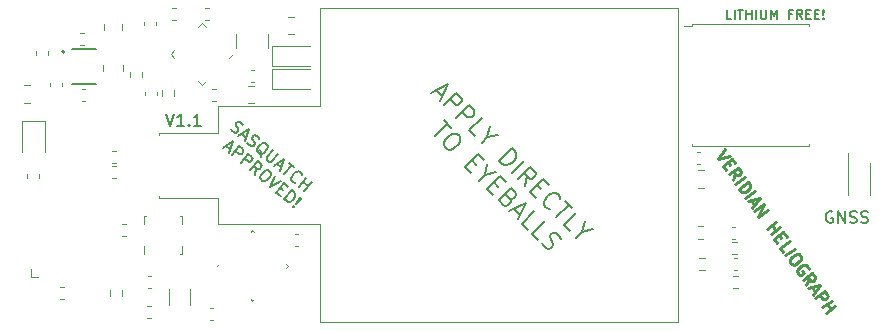
<source format=gbr>
%TF.GenerationSoftware,KiCad,Pcbnew,(6.0.0)*%
%TF.CreationDate,2022-01-24T21:03:07-07:00*%
%TF.ProjectId,SolarGPS,536f6c61-7247-4505-932e-6b696361645f,rev?*%
%TF.SameCoordinates,Original*%
%TF.FileFunction,Legend,Top*%
%TF.FilePolarity,Positive*%
%FSLAX46Y46*%
G04 Gerber Fmt 4.6, Leading zero omitted, Abs format (unit mm)*
G04 Created by KiCad (PCBNEW (6.0.0)) date 2022-01-24 21:03:07*
%MOMM*%
%LPD*%
G01*
G04 APERTURE LIST*
%ADD10C,0.150000*%
%ADD11C,0.250000*%
%ADD12C,0.200000*%
%ADD13C,0.180000*%
%ADD14C,0.120000*%
%ADD15C,0.127000*%
G04 APERTURE END LIST*
D10*
X69696546Y-60431464D02*
X69775372Y-60559769D01*
X69957763Y-60712814D01*
X70061329Y-60737553D01*
X70128416Y-60731684D01*
X70226112Y-60689336D01*
X70287330Y-60616379D01*
X70312070Y-60512814D01*
X70306200Y-60445727D01*
X70263853Y-60348031D01*
X70148548Y-60189116D01*
X70106201Y-60091420D01*
X70100331Y-60024333D01*
X70125071Y-59920768D01*
X70186289Y-59847811D01*
X70283985Y-59805463D01*
X70351072Y-59799594D01*
X70454638Y-59824333D01*
X70637029Y-59977378D01*
X70715855Y-60105683D01*
X70579157Y-60861251D02*
X70943940Y-61167340D01*
X70322546Y-61018903D02*
X71220682Y-60467121D01*
X70833243Y-61447428D01*
X71082722Y-61594603D02*
X71161548Y-61722908D01*
X71343939Y-61875953D01*
X71447505Y-61900693D01*
X71514592Y-61894823D01*
X71612288Y-61852476D01*
X71673506Y-61779519D01*
X71698245Y-61675953D01*
X71692376Y-61608866D01*
X71650028Y-61511170D01*
X71534724Y-61352256D01*
X71492376Y-61254560D01*
X71486507Y-61187473D01*
X71511247Y-61083907D01*
X71572464Y-61010950D01*
X71670161Y-60968603D01*
X71737248Y-60962733D01*
X71840813Y-60987473D01*
X72023205Y-61140518D01*
X72102031Y-61268823D01*
X72267635Y-62775351D02*
X72225288Y-62677655D01*
X72213549Y-62543480D01*
X72195941Y-62342219D01*
X72153593Y-62244522D01*
X72080637Y-62183304D01*
X71964070Y-62396305D02*
X71921723Y-62298609D01*
X71909984Y-62164434D01*
X71995941Y-61987912D01*
X72210204Y-61732564D01*
X72369118Y-61617260D01*
X72503292Y-61605521D01*
X72606858Y-61630260D01*
X72752771Y-61752696D01*
X72795119Y-61850392D01*
X72806858Y-61984567D01*
X72720900Y-62161089D01*
X72506638Y-62416437D01*
X72347724Y-62531741D01*
X72213549Y-62543480D01*
X72109983Y-62518741D01*
X71964070Y-62396305D01*
X73263467Y-62181221D02*
X72743116Y-62801353D01*
X72718376Y-62904918D01*
X72724245Y-62972005D01*
X72766593Y-63069701D01*
X72912506Y-63192137D01*
X73016072Y-63216877D01*
X73083159Y-63211007D01*
X73180855Y-63168660D01*
X73701207Y-62548529D01*
X73570378Y-63371184D02*
X73935161Y-63677273D01*
X73313768Y-63528835D02*
X74211903Y-62977054D01*
X73824464Y-63957361D01*
X74613165Y-63313752D02*
X75050904Y-63681059D01*
X74189247Y-64263450D02*
X74832035Y-63497405D01*
X75162423Y-64955717D02*
X75095335Y-64961586D01*
X74955291Y-64906238D01*
X74882335Y-64845020D01*
X74803509Y-64716715D01*
X74791770Y-64582540D01*
X74816510Y-64478975D01*
X74902467Y-64302452D01*
X74994294Y-64193017D01*
X75153208Y-64077713D01*
X75250904Y-64035365D01*
X75385079Y-64023627D01*
X75525122Y-64078975D01*
X75598079Y-64140193D01*
X75676905Y-64268498D01*
X75682774Y-64335585D01*
X75429509Y-65304154D02*
X76072297Y-64538109D01*
X75766208Y-64902892D02*
X76203947Y-65270199D01*
X75867249Y-65671461D02*
X76510037Y-64905416D01*
X69252442Y-61849711D02*
X69617225Y-62155801D01*
X68995832Y-62007363D02*
X69893968Y-61455582D01*
X69506528Y-62435889D01*
X69761876Y-62650151D02*
X70404664Y-61884107D01*
X70696491Y-62128978D01*
X70738838Y-62226674D01*
X70744708Y-62293761D01*
X70719968Y-62397327D01*
X70628141Y-62506762D01*
X70530445Y-62549110D01*
X70463358Y-62554979D01*
X70359792Y-62530239D01*
X70067966Y-62285368D01*
X70527921Y-63292939D02*
X71170709Y-62526894D01*
X71462535Y-62771766D01*
X71504883Y-62869462D01*
X71510752Y-62936549D01*
X71486012Y-63040115D01*
X71394186Y-63149550D01*
X71296489Y-63191897D01*
X71229402Y-63197767D01*
X71125837Y-63173027D01*
X70834010Y-62928156D01*
X71731705Y-64303033D02*
X71782446Y-63723988D01*
X71293965Y-63935726D02*
X71936753Y-63169682D01*
X72228579Y-63414553D01*
X72270927Y-63512249D01*
X72276796Y-63579337D01*
X72252057Y-63682902D01*
X72160230Y-63792337D01*
X72062534Y-63834685D01*
X71995447Y-63840554D01*
X71891881Y-63815815D01*
X71600055Y-63570943D01*
X72848711Y-63934905D02*
X72994624Y-64057341D01*
X73036972Y-64155037D01*
X73048710Y-64289212D01*
X72962753Y-64465734D01*
X72748490Y-64721082D01*
X72589576Y-64836386D01*
X72455402Y-64848125D01*
X72351836Y-64823385D01*
X72205923Y-64700950D01*
X72163575Y-64603253D01*
X72151837Y-64469079D01*
X72237794Y-64292557D01*
X72452057Y-64037209D01*
X72610971Y-63921904D01*
X72745145Y-63910166D01*
X72848711Y-63934905D01*
X73395885Y-64394039D02*
X73008446Y-65374346D01*
X73906582Y-64822564D01*
X73855840Y-65401610D02*
X74111188Y-65615872D01*
X73883925Y-66108961D02*
X73519142Y-65802871D01*
X74161930Y-65036827D01*
X74526713Y-65342916D01*
X74212230Y-66384441D02*
X74855017Y-65618397D01*
X75037409Y-65771441D01*
X75116235Y-65899746D01*
X75127974Y-66033921D01*
X75103234Y-66137486D01*
X75017277Y-66314008D01*
X74925450Y-66423443D01*
X74766536Y-66538748D01*
X74668840Y-66581095D01*
X74534665Y-66592834D01*
X74394621Y-66537486D01*
X74212230Y-66384441D01*
X75039492Y-66954272D02*
X75045362Y-67021359D01*
X74978274Y-67027229D01*
X74972405Y-66960141D01*
X75039492Y-66954272D01*
X74978274Y-67027229D01*
X75223146Y-66735402D02*
X75553975Y-66267054D01*
X75621062Y-66261184D01*
X75626931Y-66328271D01*
X75223146Y-66735402D01*
X75621062Y-66261184D01*
X64176190Y-59152380D02*
X64509523Y-60152380D01*
X64842857Y-59152380D01*
X65700000Y-60152380D02*
X65128571Y-60152380D01*
X65414285Y-60152380D02*
X65414285Y-59152380D01*
X65319047Y-59295238D01*
X65223809Y-59390476D01*
X65128571Y-59438095D01*
X66128571Y-60057142D02*
X66176190Y-60104761D01*
X66128571Y-60152380D01*
X66080952Y-60104761D01*
X66128571Y-60057142D01*
X66128571Y-60152380D01*
X67128571Y-60152380D02*
X66557142Y-60152380D01*
X66842857Y-60152380D02*
X66842857Y-59152380D01*
X66747619Y-59295238D01*
X66652380Y-59390476D01*
X66557142Y-59438095D01*
X112054761Y-51111904D02*
X111673809Y-51111904D01*
X111673809Y-50311904D01*
X112321428Y-51111904D02*
X112321428Y-50311904D01*
X112588095Y-50311904D02*
X113045238Y-50311904D01*
X112816666Y-51111904D02*
X112816666Y-50311904D01*
X113311904Y-51111904D02*
X113311904Y-50311904D01*
X113311904Y-50692857D02*
X113769047Y-50692857D01*
X113769047Y-51111904D02*
X113769047Y-50311904D01*
X114150000Y-51111904D02*
X114150000Y-50311904D01*
X114530952Y-50311904D02*
X114530952Y-50959523D01*
X114569047Y-51035714D01*
X114607142Y-51073809D01*
X114683333Y-51111904D01*
X114835714Y-51111904D01*
X114911904Y-51073809D01*
X114950000Y-51035714D01*
X114988095Y-50959523D01*
X114988095Y-50311904D01*
X115369047Y-51111904D02*
X115369047Y-50311904D01*
X115635714Y-50883333D01*
X115902380Y-50311904D01*
X115902380Y-51111904D01*
X117159523Y-50692857D02*
X116892857Y-50692857D01*
X116892857Y-51111904D02*
X116892857Y-50311904D01*
X117273809Y-50311904D01*
X118035714Y-51111904D02*
X117769047Y-50730952D01*
X117578571Y-51111904D02*
X117578571Y-50311904D01*
X117883333Y-50311904D01*
X117959523Y-50350000D01*
X117997619Y-50388095D01*
X118035714Y-50464285D01*
X118035714Y-50578571D01*
X117997619Y-50654761D01*
X117959523Y-50692857D01*
X117883333Y-50730952D01*
X117578571Y-50730952D01*
X118378571Y-50692857D02*
X118645238Y-50692857D01*
X118759523Y-51111904D02*
X118378571Y-51111904D01*
X118378571Y-50311904D01*
X118759523Y-50311904D01*
X119102380Y-50692857D02*
X119369047Y-50692857D01*
X119483333Y-51111904D02*
X119102380Y-51111904D01*
X119102380Y-50311904D01*
X119483333Y-50311904D01*
X119826190Y-51035714D02*
X119864285Y-51073809D01*
X119826190Y-51111904D01*
X119788095Y-51073809D01*
X119826190Y-51035714D01*
X119826190Y-51111904D01*
X119826190Y-50807142D02*
X119788095Y-50350000D01*
X119826190Y-50311904D01*
X119864285Y-50350000D01*
X119826190Y-50807142D01*
X119826190Y-50311904D01*
D11*
X111550719Y-62126653D02*
X110922759Y-62973280D01*
X111933103Y-62672754D01*
X111734223Y-63218936D02*
X111925415Y-63491987D01*
X111578275Y-63909454D02*
X111305143Y-63519381D01*
X112124295Y-62945805D01*
X112397427Y-63335877D01*
X112151851Y-64728606D02*
X112350731Y-64182423D01*
X111824093Y-64260519D02*
X112643245Y-63686942D01*
X112861750Y-63999000D01*
X112877370Y-64104328D01*
X112865675Y-64170648D01*
X112814974Y-64264282D01*
X112697952Y-64346221D01*
X112592625Y-64361841D01*
X112526304Y-64350146D01*
X112432671Y-64299445D01*
X112214166Y-63987387D01*
X112397670Y-65079671D02*
X113216822Y-64506094D01*
X112670801Y-65469743D02*
X113489953Y-64896167D01*
X113626519Y-65091203D01*
X113669451Y-65235538D01*
X113646063Y-65368179D01*
X113595362Y-65461812D01*
X113466646Y-65610072D01*
X113349624Y-65692012D01*
X113166282Y-65762257D01*
X113060955Y-65777876D01*
X112928314Y-65754488D01*
X112807367Y-65664779D01*
X112670801Y-65469743D01*
X113244378Y-66288895D02*
X114063530Y-65715319D01*
X113724240Y-66476082D02*
X113997371Y-66866154D01*
X113435570Y-66561946D02*
X114445914Y-66261420D01*
X113817954Y-67108047D01*
X114009146Y-67381098D02*
X114828298Y-66807522D01*
X114336904Y-67849185D01*
X115156056Y-67275609D01*
X115047046Y-68863373D02*
X115866198Y-68289797D01*
X115476126Y-68562928D02*
X115803884Y-69031015D01*
X115374804Y-69331460D02*
X116193956Y-68757884D01*
X116077016Y-69421088D02*
X116268208Y-69694138D01*
X115921068Y-70111605D02*
X115647936Y-69721532D01*
X116467088Y-69147956D01*
X116740220Y-69538028D01*
X116440018Y-70852742D02*
X116166886Y-70462670D01*
X116986038Y-69889094D01*
X116631210Y-71125793D02*
X117450362Y-70552217D01*
X117832746Y-71098318D02*
X117941999Y-71254347D01*
X117957618Y-71359675D01*
X117934230Y-71492315D01*
X117805514Y-71640575D01*
X117532463Y-71831768D01*
X117349121Y-71902013D01*
X117216480Y-71878625D01*
X117122847Y-71827923D01*
X117013594Y-71671894D01*
X116997975Y-71566567D01*
X117021363Y-71433926D01*
X117150079Y-71285666D01*
X117423130Y-71094474D01*
X117606472Y-71024229D01*
X117739113Y-71047617D01*
X117832746Y-71098318D01*
X118585821Y-72256841D02*
X118570202Y-72151514D01*
X118488262Y-72034492D01*
X118367315Y-71944783D01*
X118234675Y-71921395D01*
X118129347Y-71937014D01*
X117946005Y-72007260D01*
X117828983Y-72089199D01*
X117700267Y-72237459D01*
X117649566Y-72331093D01*
X117626178Y-72463733D01*
X117669110Y-72608068D01*
X117723736Y-72686083D01*
X117844683Y-72775791D01*
X117911004Y-72787485D01*
X118184054Y-72596293D01*
X118074802Y-72440264D01*
X118406566Y-73661264D02*
X118605446Y-73115081D01*
X118078808Y-73193177D02*
X118897960Y-72619600D01*
X119116465Y-72931658D01*
X119132084Y-73036986D01*
X119120390Y-73103306D01*
X119069689Y-73196940D01*
X118952667Y-73278879D01*
X118847339Y-73294499D01*
X118781019Y-73282804D01*
X118687385Y-73232103D01*
X118468880Y-72920045D01*
X118859114Y-73809443D02*
X119132246Y-74199515D01*
X118570445Y-73895307D02*
X119580789Y-73594781D01*
X118952829Y-74441409D01*
X119144021Y-74714459D02*
X119963173Y-74140883D01*
X120181678Y-74452941D01*
X120197297Y-74558268D01*
X120185603Y-74624589D01*
X120134902Y-74718222D01*
X120017880Y-74800162D01*
X119912553Y-74815781D01*
X119846232Y-74804087D01*
X119752599Y-74753386D01*
X119534093Y-74441328D01*
X119717597Y-75533611D02*
X120536749Y-74960035D01*
X120146677Y-75233166D02*
X120474435Y-75701253D01*
X120045355Y-76001698D02*
X120864507Y-75428122D01*
D12*
X87060555Y-57156446D02*
X87565631Y-57661522D01*
X86656494Y-57358477D02*
X88070707Y-56651370D01*
X87363600Y-58065583D01*
X87717154Y-58419137D02*
X88777814Y-57358477D01*
X89181875Y-57762538D01*
X89232383Y-57914060D01*
X89232383Y-58015076D01*
X89181875Y-58166599D01*
X89030352Y-58318121D01*
X88878829Y-58368629D01*
X88777814Y-58368629D01*
X88626291Y-58318121D01*
X88222230Y-57914060D01*
X88777814Y-59479797D02*
X89838474Y-58419137D01*
X90242535Y-58823198D01*
X90293043Y-58974721D01*
X90293043Y-59075736D01*
X90242535Y-59227259D01*
X90091012Y-59378782D01*
X89939489Y-59429289D01*
X89838474Y-59429289D01*
X89686951Y-59378782D01*
X89282890Y-58974721D01*
X90343550Y-61045533D02*
X89838474Y-60540457D01*
X90899134Y-59479797D01*
X91404211Y-61096041D02*
X90899134Y-61601117D01*
X91606241Y-60186904D02*
X91404211Y-61096041D01*
X92313348Y-60894010D01*
X92414363Y-63116346D02*
X93475023Y-62055686D01*
X93727561Y-62308224D01*
X93828577Y-62510255D01*
X93828577Y-62712285D01*
X93778069Y-62863808D01*
X93626546Y-63116346D01*
X93475023Y-63267869D01*
X93222485Y-63419392D01*
X93070962Y-63469899D01*
X92868932Y-63469899D01*
X92666901Y-63368884D01*
X92414363Y-63116346D01*
X93475023Y-64177006D02*
X94535683Y-63116346D01*
X94586191Y-65288174D02*
X94737714Y-64429544D01*
X93980100Y-64682082D02*
X95040760Y-63621422D01*
X95444821Y-64025483D01*
X95495328Y-64177006D01*
X95495328Y-64278021D01*
X95444821Y-64429544D01*
X95293298Y-64581067D01*
X95141775Y-64631575D01*
X95040760Y-64631575D01*
X94889237Y-64581067D01*
X94485176Y-64177006D01*
X95596344Y-65187159D02*
X95949897Y-65540712D01*
X95545836Y-66247819D02*
X95040760Y-65742743D01*
X96101420Y-64682082D01*
X96606496Y-65187159D01*
X96707511Y-67207464D02*
X96606496Y-67207464D01*
X96404466Y-67106449D01*
X96303450Y-67005433D01*
X96202435Y-66803403D01*
X96202435Y-66601372D01*
X96252943Y-66449849D01*
X96404466Y-66197311D01*
X96555989Y-66045788D01*
X96808527Y-65894266D01*
X96960050Y-65843758D01*
X97162080Y-65843758D01*
X97364111Y-65944773D01*
X97465126Y-66045788D01*
X97566141Y-66247819D01*
X97566141Y-66348834D01*
X97970202Y-66550865D02*
X98576294Y-67156956D01*
X97212588Y-67914571D02*
X98273248Y-66853910D01*
X98374263Y-69076246D02*
X97869187Y-68571170D01*
X98929847Y-67510510D01*
X99434923Y-69126754D02*
X98929847Y-69631830D01*
X99636954Y-68217616D02*
X99434923Y-69126754D01*
X100344061Y-68924723D01*
X87701496Y-59697485D02*
X88307588Y-60303576D01*
X86943882Y-61061191D02*
X88004542Y-60000531D01*
X88863172Y-60859160D02*
X89065202Y-61061191D01*
X89115710Y-61212714D01*
X89115710Y-61414744D01*
X88964187Y-61667282D01*
X88610634Y-62020836D01*
X88358095Y-62172359D01*
X88156065Y-62172359D01*
X88004542Y-62121851D01*
X87802512Y-61919820D01*
X87752004Y-61768298D01*
X87752004Y-61566267D01*
X87903527Y-61313729D01*
X88257080Y-60960176D01*
X88509618Y-60808653D01*
X88711649Y-60808653D01*
X88863172Y-60859160D01*
X90075355Y-63081496D02*
X90428908Y-63435049D01*
X90024847Y-64142156D02*
X89519771Y-63637080D01*
X90580431Y-62576420D01*
X91085507Y-63081496D01*
X91186523Y-64293679D02*
X90681446Y-64798755D01*
X91388553Y-63384542D02*
X91186523Y-64293679D01*
X92095660Y-64091648D01*
X91944137Y-64950278D02*
X92297690Y-65303831D01*
X91893629Y-66010938D02*
X91388553Y-65505862D01*
X92449213Y-64445202D01*
X92954290Y-64950278D01*
X93257335Y-66263476D02*
X93358351Y-66465507D01*
X93358351Y-66566522D01*
X93307843Y-66718045D01*
X93156320Y-66869568D01*
X93004797Y-66920076D01*
X92903782Y-66920076D01*
X92752259Y-66869568D01*
X92348198Y-66465507D01*
X93408858Y-65404847D01*
X93762412Y-65758400D01*
X93812919Y-65909923D01*
X93812919Y-66010938D01*
X93762412Y-66162461D01*
X93661396Y-66263476D01*
X93509873Y-66313984D01*
X93408858Y-66313984D01*
X93257335Y-66263476D01*
X92903782Y-65909923D01*
X93661396Y-67172614D02*
X94166473Y-67677690D01*
X93257335Y-67374644D02*
X94671549Y-66667537D01*
X93964442Y-68081751D01*
X94823072Y-68940381D02*
X94317995Y-68435304D01*
X95378656Y-67374644D01*
X95681701Y-69799010D02*
X95176625Y-69293934D01*
X96237285Y-68233274D01*
X96035255Y-70051548D02*
X96136270Y-70253579D01*
X96388808Y-70506117D01*
X96540331Y-70556625D01*
X96641346Y-70556625D01*
X96792869Y-70506117D01*
X96893884Y-70405102D01*
X96944392Y-70253579D01*
X96944392Y-70152564D01*
X96893884Y-70001041D01*
X96742362Y-69748503D01*
X96691854Y-69596980D01*
X96691854Y-69495965D01*
X96742362Y-69344442D01*
X96843377Y-69243426D01*
X96994900Y-69192919D01*
X97095915Y-69192919D01*
X97247438Y-69243426D01*
X97499976Y-69495965D01*
X97600991Y-69697995D01*
D13*
X120610714Y-67425000D02*
X120515476Y-67377380D01*
X120372619Y-67377380D01*
X120229761Y-67425000D01*
X120134523Y-67520238D01*
X120086904Y-67615476D01*
X120039285Y-67805952D01*
X120039285Y-67948809D01*
X120086904Y-68139285D01*
X120134523Y-68234523D01*
X120229761Y-68329761D01*
X120372619Y-68377380D01*
X120467857Y-68377380D01*
X120610714Y-68329761D01*
X120658333Y-68282142D01*
X120658333Y-67948809D01*
X120467857Y-67948809D01*
X121086904Y-68377380D02*
X121086904Y-67377380D01*
X121658333Y-68377380D01*
X121658333Y-67377380D01*
X122086904Y-68329761D02*
X122229761Y-68377380D01*
X122467857Y-68377380D01*
X122563095Y-68329761D01*
X122610714Y-68282142D01*
X122658333Y-68186904D01*
X122658333Y-68091666D01*
X122610714Y-67996428D01*
X122563095Y-67948809D01*
X122467857Y-67901190D01*
X122277380Y-67853571D01*
X122182142Y-67805952D01*
X122134523Y-67758333D01*
X122086904Y-67663095D01*
X122086904Y-67567857D01*
X122134523Y-67472619D01*
X122182142Y-67425000D01*
X122277380Y-67377380D01*
X122515476Y-67377380D01*
X122658333Y-67425000D01*
X123039285Y-68329761D02*
X123182142Y-68377380D01*
X123420238Y-68377380D01*
X123515476Y-68329761D01*
X123563095Y-68282142D01*
X123610714Y-68186904D01*
X123610714Y-68091666D01*
X123563095Y-67996428D01*
X123515476Y-67948809D01*
X123420238Y-67901190D01*
X123229761Y-67853571D01*
X123134523Y-67805952D01*
X123086904Y-67758333D01*
X123039285Y-67663095D01*
X123039285Y-67567857D01*
X123086904Y-67472619D01*
X123134523Y-67425000D01*
X123229761Y-67377380D01*
X123467857Y-67377380D01*
X123610714Y-67425000D01*
D14*
%TO.C,U5*%
X67535876Y-56394562D02*
X67200000Y-56730437D01*
X67200000Y-56730437D02*
X66864124Y-56394562D01*
X66864124Y-51805438D02*
X67200000Y-51469563D01*
X67200000Y-51469563D02*
X67535876Y-51805438D01*
X64905438Y-53764124D02*
X64569563Y-54100000D01*
X64569563Y-54100000D02*
X64905438Y-54435876D01*
X69494562Y-54435876D02*
X69830437Y-54100000D01*
%TO.C,C13*%
X109188748Y-63915000D02*
X109711252Y-63915000D01*
X109188748Y-65385000D02*
X109711252Y-65385000D01*
%TO.C,C11*%
X75109420Y-69340000D02*
X75390580Y-69340000D01*
X75109420Y-70360000D02*
X75390580Y-70360000D01*
%TO.C,J1*%
X107570000Y-50200000D02*
X107570000Y-76800000D01*
X107570000Y-76800000D02*
X77200000Y-76800000D01*
X68570000Y-66250000D02*
X63570000Y-66250000D01*
X63570000Y-60750000D02*
X63570000Y-60900000D01*
X77200000Y-58500000D02*
X77200000Y-50200000D01*
X68570000Y-68500000D02*
X68570000Y-66250000D01*
X68570000Y-58500000D02*
X77200000Y-58500000D01*
X77200000Y-68500000D02*
X68570000Y-68500000D01*
X63570000Y-66250000D02*
X63570000Y-66100000D01*
X63570000Y-60750000D02*
X68570000Y-60750000D01*
X77200000Y-50200000D02*
X107570000Y-50200000D01*
X77200000Y-76800000D02*
X77200000Y-68500000D01*
X68570000Y-60750000D02*
X68570000Y-58500000D01*
%TO.C,Y1*%
X64455000Y-74015000D02*
X64455000Y-75365000D01*
X66205000Y-74015000D02*
X66205000Y-75365000D01*
%TO.C,J4*%
X52745000Y-72920000D02*
X52745000Y-72285000D01*
X53380000Y-72920000D02*
X52745000Y-72920000D01*
%TO.C,U1*%
X71340901Y-69175108D02*
X71500000Y-69016009D01*
X71500000Y-69016009D02*
X71659099Y-69175108D01*
X71659099Y-74824892D02*
X71500000Y-74983991D01*
X71500000Y-74983991D02*
X71340901Y-74824892D01*
X74324892Y-72159099D02*
X74483991Y-72000000D01*
X74483991Y-72000000D02*
X74324892Y-71840901D01*
X68675108Y-71840901D02*
X68516009Y-72000000D01*
%TO.C,R1*%
X59427500Y-74537258D02*
X59427500Y-74062742D01*
X60472500Y-74537258D02*
X60472500Y-74062742D01*
%TO.C,C18*%
X55515580Y-74810000D02*
X55234420Y-74810000D01*
X55515580Y-73790000D02*
X55234420Y-73790000D01*
%TO.C,C12*%
X60435000Y-51538748D02*
X60435000Y-52061252D01*
X58965000Y-51538748D02*
X58965000Y-52061252D01*
%TO.C,C10*%
X62875580Y-75420000D02*
X62594420Y-75420000D01*
X62875580Y-76440000D02*
X62594420Y-76440000D01*
%TO.C,C7*%
X52188748Y-56715000D02*
X52711252Y-56715000D01*
X52188748Y-58185000D02*
X52711252Y-58185000D01*
%TO.C,C4*%
X62910580Y-73930000D02*
X62629420Y-73930000D01*
X62910580Y-72910000D02*
X62629420Y-72910000D01*
%TO.C,R3*%
X53460000Y-64600279D02*
X53460000Y-64274721D01*
X52440000Y-64600279D02*
X52440000Y-64274721D01*
%TO.C,D2*%
X51990000Y-59715000D02*
X51990000Y-62400000D01*
X53910000Y-59715000D02*
X51990000Y-59715000D01*
X53910000Y-62400000D02*
X53910000Y-59715000D01*
%TO.C,C5*%
X57037221Y-58060000D02*
X57362779Y-58060000D01*
X57037221Y-57040000D02*
X57362779Y-57040000D01*
%TO.C,C8*%
X56937221Y-52315000D02*
X57262779Y-52315000D01*
X56937221Y-53335000D02*
X57262779Y-53335000D01*
%TO.C,R4*%
X54365000Y-56499721D02*
X54365000Y-56825279D01*
X55385000Y-56499721D02*
X55385000Y-56825279D01*
%TO.C,R5*%
X54210000Y-53837221D02*
X54210000Y-54162779D01*
X53190000Y-53837221D02*
X53190000Y-54162779D01*
D15*
%TO.C,U7*%
X56225000Y-56650000D02*
X58225000Y-56650000D01*
X56225000Y-53650000D02*
X58225000Y-53650000D01*
D12*
X55575000Y-53900000D02*
G75*
G03*
X55575000Y-53900000I-100000J0D01*
G01*
D14*
%TO.C,L2*%
X60575000Y-54991422D02*
X60575000Y-55508578D01*
X58875000Y-54991422D02*
X58875000Y-55508578D01*
%TO.C,C3*%
X74541422Y-52360000D02*
X75058578Y-52360000D01*
X74541422Y-50940000D02*
X75058578Y-50940000D01*
%TO.C,C6*%
X67825279Y-51210000D02*
X67499721Y-51210000D01*
X67825279Y-50190000D02*
X67499721Y-50190000D01*
%TO.C,C19*%
X71675279Y-55390000D02*
X71349721Y-55390000D01*
X71675279Y-56410000D02*
X71349721Y-56410000D01*
%TO.C,L3*%
X70140000Y-52397936D02*
X70140000Y-53602064D01*
X72860000Y-52397936D02*
X72860000Y-53602064D01*
%TO.C,ROV3*%
X64724721Y-51210000D02*
X65050279Y-51210000D01*
X64724721Y-50190000D02*
X65050279Y-50190000D01*
%TO.C,ROV4*%
X62340000Y-51662779D02*
X62340000Y-51337221D01*
X63360000Y-51662779D02*
X63360000Y-51337221D01*
%TO.C,C9*%
X59637221Y-63270000D02*
X59962779Y-63270000D01*
X59637221Y-62250000D02*
X59962779Y-62250000D01*
%TO.C,C20*%
X59624721Y-63570000D02*
X59950279Y-63570000D01*
X59624721Y-64590000D02*
X59950279Y-64590000D01*
%TO.C,C15*%
X68099721Y-57040000D02*
X68425279Y-57040000D01*
X68099721Y-58060000D02*
X68425279Y-58060000D01*
%TO.C,C2*%
X71661252Y-58245000D02*
X71138748Y-58245000D01*
X71661252Y-56775000D02*
X71138748Y-56775000D01*
%TO.C,C25*%
X68190580Y-75540000D02*
X67909420Y-75540000D01*
X68190580Y-76560000D02*
X67909420Y-76560000D01*
%TO.C,C26*%
X60484420Y-69460000D02*
X60765580Y-69460000D01*
X60484420Y-68440000D02*
X60765580Y-68440000D01*
%TO.C,U6*%
X62360000Y-67800000D02*
X62535000Y-67800000D01*
X65580000Y-71020000D02*
X65405000Y-71020000D01*
X62360000Y-70345000D02*
X62360000Y-71020000D01*
X65580000Y-67800000D02*
X65405000Y-67800000D01*
X65580000Y-68475000D02*
X65580000Y-67800000D01*
X65580000Y-70345000D02*
X65580000Y-71020000D01*
X62360000Y-68475000D02*
X62360000Y-67800000D01*
%TO.C,D1*%
X73200000Y-57050000D02*
X76350000Y-57050000D01*
X73200000Y-55350000D02*
X76350000Y-55350000D01*
X73200000Y-55350000D02*
X73200000Y-57050000D01*
%TO.C,D3*%
X73200000Y-53400000D02*
X73200000Y-55100000D01*
X73200000Y-53400000D02*
X76350000Y-53400000D01*
X73200000Y-55100000D02*
X76350000Y-55100000D01*
%TO.C,C16*%
X112390580Y-69710000D02*
X112109420Y-69710000D01*
X112390580Y-68690000D02*
X112109420Y-68690000D01*
%TO.C,R2*%
X109662258Y-69722500D02*
X109187742Y-69722500D01*
X109662258Y-68677500D02*
X109187742Y-68677500D01*
%TO.C,R6*%
X112562258Y-69977500D02*
X112087742Y-69977500D01*
X112562258Y-71022500D02*
X112087742Y-71022500D01*
%TO.C,R12*%
X109812258Y-72372500D02*
X109337742Y-72372500D01*
X109812258Y-71327500D02*
X109337742Y-71327500D01*
%TO.C,R15*%
X64872500Y-57612258D02*
X64872500Y-57137742D01*
X63827500Y-57612258D02*
X63827500Y-57137742D01*
%TO.C,R13*%
X112637258Y-72877500D02*
X112162742Y-72877500D01*
X112637258Y-73922500D02*
X112162742Y-73922500D01*
%TO.C,C23*%
X112540580Y-72360000D02*
X112259420Y-72360000D01*
X112540580Y-71340000D02*
X112259420Y-71340000D01*
%TO.C,C28*%
X63460000Y-57565580D02*
X63460000Y-57284420D01*
X62440000Y-57565580D02*
X62440000Y-57284420D01*
%TO.C,R14*%
X61127500Y-56037258D02*
X61127500Y-55562742D01*
X62172500Y-56037258D02*
X62172500Y-55562742D01*
%TO.C,U2*%
X108740000Y-51540000D02*
X108740000Y-51690000D01*
X118660000Y-61710000D02*
X118660000Y-61860000D01*
X118660000Y-51540000D02*
X118660000Y-51690000D01*
X108740000Y-61860000D02*
X118660000Y-61860000D01*
X108740000Y-61710000D02*
X108740000Y-61860000D01*
X108740000Y-51540000D02*
X118660000Y-51540000D01*
X108050000Y-51690000D02*
X108740000Y-51690000D01*
%TO.C,AE1*%
X123775000Y-66050000D02*
X123775000Y-63325000D01*
X121925000Y-66050000D02*
X121925000Y-62500000D01*
%TO.C,C21*%
X109134420Y-62390000D02*
X109415580Y-62390000D01*
X109134420Y-63410000D02*
X109415580Y-63410000D01*
%TD*%
M02*

</source>
